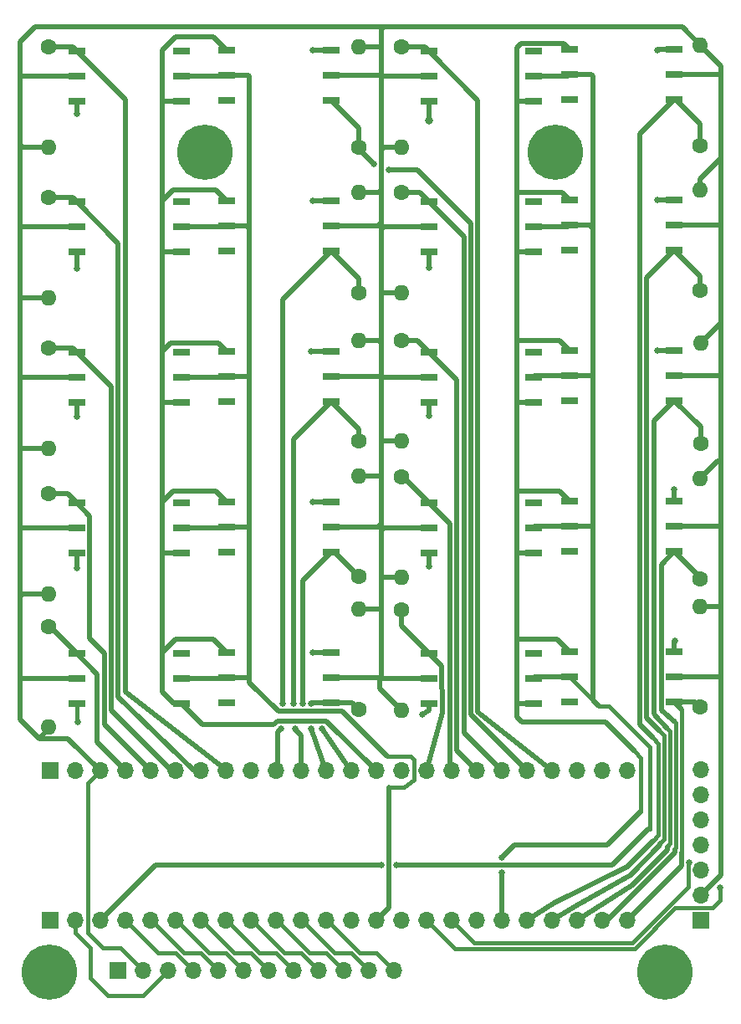
<source format=gtl>
%TF.GenerationSoftware,KiCad,Pcbnew,(5.99.0-2415-gbbdd3fce7)*%
%TF.CreationDate,2020-09-24T22:56:08-07:00*%
%TF.ProjectId,BubblePCB_20,42756262-6c65-4504-9342-5f32302e6b69,rev?*%
%TF.SameCoordinates,Original*%
%TF.FileFunction,Copper,L1,Top*%
%TF.FilePolarity,Positive*%
%FSLAX46Y46*%
G04 Gerber Fmt 4.6, Leading zero omitted, Abs format (unit mm)*
G04 Created by KiCad (PCBNEW (5.99.0-2415-gbbdd3fce7)) date 2020-09-24 22:56:08*
%MOMM*%
%LPD*%
G01*
G04 APERTURE LIST*
%TA.AperFunction,ComponentPad*%
%ADD10O,1.700000X1.700000*%
%TD*%
%TA.AperFunction,ComponentPad*%
%ADD11R,1.700000X1.700000*%
%TD*%
%TA.AperFunction,ComponentPad*%
%ADD12C,5.600000*%
%TD*%
%TA.AperFunction,ComponentPad*%
%ADD13C,1.600000*%
%TD*%
%TA.AperFunction,ComponentPad*%
%ADD14O,1.600000X1.600000*%
%TD*%
%TA.AperFunction,SMDPad,CuDef*%
%ADD15R,1.750000X0.650000*%
%TD*%
%TA.AperFunction,ViaPad*%
%ADD16C,0.660400*%
%TD*%
%TA.AperFunction,ViaPad*%
%ADD17C,0.800000*%
%TD*%
%TA.AperFunction,Conductor*%
%ADD18C,0.508000*%
%TD*%
%TA.AperFunction,Conductor*%
%ADD19C,0.381000*%
%TD*%
G04 APERTURE END LIST*
D10*
%TO.P,J4,12*%
%TO.N,gp15*%
X70358000Y-149352000D03*
%TO.P,J4,11*%
%TO.N,gp14*%
X67818000Y-149352000D03*
%TO.P,J4,10*%
%TO.N,gp13*%
X65278000Y-149352000D03*
%TO.P,J4,9*%
%TO.N,gp12*%
X62738000Y-149352000D03*
%TO.P,J4,8*%
%TO.N,gp11*%
X60198000Y-149352000D03*
%TO.P,J4,7*%
%TO.N,gp10*%
X57658000Y-149352000D03*
%TO.P,J4,6*%
%TO.N,gp9*%
X55118000Y-149352000D03*
%TO.P,J4,5*%
%TO.N,gp8*%
X52578000Y-149352000D03*
%TO.P,J4,4*%
%TO.N,gp7*%
X50038000Y-149352000D03*
%TO.P,J4,3*%
%TO.N,gp6*%
X47498000Y-149352000D03*
%TO.P,J4,2*%
%TO.N,+3V3*%
X44958000Y-149352000D03*
D11*
%TO.P,J4,1*%
%TO.N,GND*%
X42418000Y-149352000D03*
%TD*%
D10*
%TO.P,J3,7,Pin_7*%
%TO.N,gp5*%
X101410000Y-129040000D03*
%TO.P,J3,6,Pin_6*%
%TO.N,gp4*%
X101410000Y-131580000D03*
%TO.P,J3,5,Pin_5*%
%TO.N,gp3*%
X101410000Y-134120000D03*
%TO.P,J3,4,Pin_4*%
%TO.N,gp2*%
X101410000Y-136660000D03*
%TO.P,J3,3,Pin_3*%
%TO.N,gp1*%
X101410000Y-139200000D03*
%TO.P,J3,2,Pin_2*%
%TO.N,+3V3*%
X101410000Y-141740000D03*
D11*
%TO.P,J3,1,Pin_1*%
%TO.N,GND*%
X101410000Y-144280000D03*
%TD*%
D12*
%TO.P,REF\u002A\u002A,1*%
%TO.N,N/C*%
X51250000Y-66548000D03*
%TD*%
%TO.P,REF\u002A\u002A,2*%
%TO.N,N/C*%
X86683000Y-66548000D03*
%TD*%
%TO.P,REF\u002A\u002A,4*%
%TO.N,N/C*%
X97790000Y-149500000D03*
%TD*%
%TO.P,a,3*%
%TO.N,N/C*%
X35500000Y-149500000D03*
%TD*%
D13*
%TO.P,R6,1*%
%TO.N,ss10*%
X66802000Y-122936000D03*
D14*
%TO.P,R6,2*%
%TO.N,+3V3*%
X66802000Y-112776000D03*
%TD*%
D15*
%TO.P,U15,1,GND*%
%TO.N,GND*%
X73873000Y-61381000D03*
%TO.P,U15,2,Vcc*%
%TO.N,+3V3*%
X73873000Y-58841000D03*
%TO.P,U15,3,SS*%
%TO.N,ss16*%
X73873000Y-56301000D03*
%TO.P,U15,4,NC*%
%TO.N,Net-(U2-Pad4)*%
X84473000Y-56301000D03*
%TO.P,U15,5,MISO*%
%TO.N,MISO1*%
X84473000Y-58841000D03*
%TO.P,U15,6,SCLK*%
%TO.N,SCK1*%
X84473000Y-61381000D03*
%TD*%
%TO.P,U13,1,GND*%
%TO.N,GND*%
X73883000Y-91821000D03*
%TO.P,U13,2,Vcc*%
%TO.N,+3V3*%
X73883000Y-89281000D03*
%TO.P,U13,3,SS*%
%TO.N,ss13*%
X73883000Y-86741000D03*
%TO.P,U13,4,NC*%
%TO.N,Net-(U1-Pad4)*%
X84483000Y-86741000D03*
%TO.P,U13,5,MISO*%
%TO.N,MISO1*%
X84483000Y-89281000D03*
%TO.P,U13,6,SCLK*%
%TO.N,SCK1*%
X84483000Y-91821000D03*
%TD*%
%TO.P,U8,1,GND*%
%TO.N,GND*%
X64000000Y-86700000D03*
%TO.P,U8,2,Vcc*%
%TO.N,+3V3*%
X64000000Y-89240000D03*
%TO.P,U8,3,SS*%
%TO.N,ss8*%
X64000000Y-91780000D03*
%TO.P,U8,4,NC*%
%TO.N,Net-(U1-Pad4)*%
X53400000Y-91780000D03*
%TO.P,U8,5,MISO*%
%TO.N,MISO*%
X53400000Y-89240000D03*
%TO.P,U8,6,SCLK*%
%TO.N,SCK*%
X53400000Y-86700000D03*
%TD*%
D13*
%TO.P,R10,1*%
%TO.N,ss15*%
X66802000Y-66040000D03*
D14*
%TO.P,R10,2*%
%TO.N,+3V3*%
X66802000Y-55880000D03*
%TD*%
D15*
%TO.P,U14,1,GND*%
%TO.N,GND*%
X73873000Y-76621000D03*
%TO.P,U14,2,Vcc*%
%TO.N,+3V3*%
X73873000Y-74081000D03*
%TO.P,U14,3,SS*%
%TO.N,ss14*%
X73873000Y-71541000D03*
%TO.P,U14,4,NC*%
%TO.N,Net-(U2-Pad4)*%
X84473000Y-71541000D03*
%TO.P,U14,5,MISO*%
%TO.N,MISO1*%
X84473000Y-74081000D03*
%TO.P,U14,6,SCLK*%
%TO.N,SCK1*%
X84473000Y-76621000D03*
%TD*%
D13*
%TO.P,R1,1*%
%TO.N,Net-(R1-Pad1)*%
X35372201Y-114554000D03*
D14*
%TO.P,R1,2*%
%TO.N,+3V3*%
X35372201Y-124714000D03*
%TD*%
D13*
%TO.P,R8,1*%
%TO.N,ss8*%
X66802000Y-95758000D03*
D14*
%TO.P,R8,2*%
%TO.N,+3V3*%
X66802000Y-85598000D03*
%TD*%
D11*
%TO.P,J1,1,Pin_1*%
%TO.N,VCC*%
X35550000Y-129130000D03*
D10*
%TO.P,J1,2,Pin_2*%
%TO.N,GND*%
X38090000Y-129130000D03*
%TO.P,J1,3,Pin_3*%
%TO.N,+3V3*%
X40630000Y-129130000D03*
%TO.P,J1,4,Pin_4*%
%TO.N,Net-(R1-Pad1)*%
X43170000Y-129130000D03*
%TO.P,J1,5,Pin_5*%
%TO.N,Net-(R2-Pad1)*%
X45710000Y-129130000D03*
%TO.P,J1,6,Pin_6*%
%TO.N,ss3*%
X48250000Y-129130000D03*
%TO.P,J1,7,Pin_7*%
%TO.N,ss4*%
X50790000Y-129130000D03*
%TO.P,J1,8,Pin_8*%
%TO.N,ss5*%
X53330000Y-129130000D03*
%TO.P,J1,9,Pin_9*%
%TO.N,ss6*%
X55870000Y-129130000D03*
%TO.P,J1,10,Pin_10*%
%TO.N,ss7*%
X58410000Y-129130000D03*
%TO.P,J1,11,Pin_11*%
%TO.N,ss8*%
X60950000Y-129130000D03*
%TO.P,J1,12,Pin_12*%
%TO.N,ss9*%
X63490000Y-129130000D03*
%TO.P,J1,13,Pin_13*%
%TO.N,ss10*%
X66030000Y-129130000D03*
%TO.P,J1,14,Pin_14*%
%TO.N,SCK*%
X68570000Y-129130000D03*
%TO.P,J1,15,Pin_15*%
%TO.N,GND*%
X71110000Y-129130000D03*
%TO.P,J1,16,Pin_16*%
%TO.N,ss11*%
X73650000Y-129130000D03*
%TO.P,J1,17,Pin_17*%
%TO.N,ss12*%
X76190000Y-129130000D03*
%TO.P,J1,18,Pin_18*%
%TO.N,ss13*%
X78730000Y-129130000D03*
%TO.P,J1,19,Pin_19*%
%TO.N,ss14*%
X81270000Y-129130000D03*
%TO.P,J1,20,Pin_20*%
%TO.N,ss15*%
X83810000Y-129130000D03*
%TO.P,J1,21,Pin_21*%
%TO.N,ss16*%
X86350000Y-129130000D03*
%TO.P,J1,22,Pin_22*%
%TO.N,gp3*%
X88890000Y-129130000D03*
%TO.P,J1,23,Pin_23*%
%TO.N,gp5*%
X91430000Y-129130000D03*
%TO.P,J1,24,Pin_24*%
%TO.N,gp4*%
X93970000Y-129130000D03*
%TD*%
D11*
%TO.P,J2,1,Pin_1*%
%TO.N,GND*%
X35550000Y-144280000D03*
D10*
%TO.P,J2,2,Pin_2*%
%TO.N,gp6*%
X38090000Y-144280000D03*
%TO.P,J2,3,Pin_3*%
%TO.N,MISO1*%
X40630000Y-144280000D03*
%TO.P,J2,4,Pin_4*%
%TO.N,gp7*%
X43170000Y-144280000D03*
%TO.P,J2,5,Pin_5*%
%TO.N,gp8*%
X45710000Y-144280000D03*
%TO.P,J2,6,Pin_6*%
%TO.N,gp9*%
X48250000Y-144280000D03*
%TO.P,J2,7,Pin_7*%
%TO.N,gp10*%
X50790000Y-144280000D03*
%TO.P,J2,8,Pin_8*%
%TO.N,gp11*%
X53330000Y-144280000D03*
%TO.P,J2,9,Pin_9*%
%TO.N,gp12*%
X55870000Y-144280000D03*
%TO.P,J2,10,Pin_10*%
%TO.N,gp13*%
X58410000Y-144280000D03*
%TO.P,J2,11,Pin_11*%
%TO.N,gp14*%
X60950000Y-144280000D03*
%TO.P,J2,12,Pin_12*%
%TO.N,gp15*%
X63490000Y-144280000D03*
%TO.P,J2,13,Pin_13*%
%TO.N,MOSI*%
X66030000Y-144280000D03*
%TO.P,J2,14,Pin_14*%
%TO.N,MISO*%
X68570000Y-144280000D03*
%TO.P,J2,15,Pin_15*%
%TO.N,+3V3*%
X71110000Y-144280000D03*
%TO.P,J2,16,Pin_16*%
%TO.N,gp1*%
X73650000Y-144280000D03*
%TO.P,J2,17,Pin_17*%
%TO.N,gp2*%
X76190000Y-144280000D03*
%TO.P,J2,18,Pin_18*%
%TO.N,MOSI1*%
X78730000Y-144280000D03*
%TO.P,J2,19,Pin_19*%
%TO.N,SCK1*%
X81270000Y-144280000D03*
%TO.P,J2,20,Pin_20*%
%TO.N,ss20*%
X83810000Y-144280000D03*
%TO.P,J2,21,Pin_21*%
%TO.N,ss21*%
X86350000Y-144280000D03*
%TO.P,J2,22,Pin_22*%
%TO.N,ss22*%
X88890000Y-144280000D03*
%TO.P,J2,23,Pin_23*%
%TO.N,ss23*%
X91430000Y-144280000D03*
%TO.P,J2,24,Pin_24*%
%TO.N,ss24*%
X93970000Y-144280000D03*
%TD*%
D13*
%TO.P,R4,1*%
%TO.N,ss4*%
X35372201Y-71120000D03*
D14*
%TO.P,R4,2*%
%TO.N,+3V3*%
X35372201Y-81280000D03*
%TD*%
D15*
%TO.P,U18,1,GND*%
%TO.N,GND*%
X98740000Y-86620000D03*
%TO.P,U18,2,Vcc*%
%TO.N,+3V3*%
X98740000Y-89160000D03*
%TO.P,U18,3,SS*%
%TO.N,ss22*%
X98740000Y-91700000D03*
%TO.P,U18,4,NC*%
%TO.N,Net-(U2-Pad4)*%
X88140000Y-91700000D03*
%TO.P,U18,5,MISO*%
%TO.N,MISO1*%
X88140000Y-89160000D03*
%TO.P,U18,6,SCLK*%
%TO.N,SCK1*%
X88140000Y-86620000D03*
%TD*%
%TO.P,U3,1,GND*%
%TO.N,GND*%
X38230201Y-91850000D03*
%TO.P,U3,2,Vcc*%
%TO.N,+3V3*%
X38230201Y-89310000D03*
%TO.P,U3,3,SS*%
%TO.N,ss3*%
X38230201Y-86770000D03*
%TO.P,U3,4,NC*%
%TO.N,Net-(U1-Pad4)*%
X48830201Y-86770000D03*
%TO.P,U3,5,MISO*%
%TO.N,MISO*%
X48830201Y-89310000D03*
%TO.P,U3,6,SCLK*%
%TO.N,SCK*%
X48830201Y-91850000D03*
%TD*%
D13*
%TO.P,R16,1*%
%TO.N,ss24*%
X101346000Y-122682000D03*
D14*
%TO.P,R16,2*%
%TO.N,+3V3*%
X101346000Y-112522000D03*
%TD*%
D15*
%TO.P,U17,1,GND*%
%TO.N,GND*%
X98740000Y-101860000D03*
%TO.P,U17,2,Vcc*%
%TO.N,+3V3*%
X98740000Y-104400000D03*
%TO.P,U17,3,SS*%
%TO.N,ss23*%
X98740000Y-106940000D03*
%TO.P,U17,4,NC*%
%TO.N,Net-(U2-Pad4)*%
X88140000Y-106940000D03*
%TO.P,U17,5,MISO*%
%TO.N,MISO1*%
X88140000Y-104400000D03*
%TO.P,U17,6,SCLK*%
%TO.N,SCK1*%
X88140000Y-101860000D03*
%TD*%
%TO.P,U20,1,GND*%
%TO.N,GND*%
X98740000Y-56140000D03*
%TO.P,U20,2,Vcc*%
%TO.N,+3V3*%
X98740000Y-58680000D03*
%TO.P,U20,3,SS*%
%TO.N,ss20*%
X98740000Y-61220000D03*
%TO.P,U20,4,NC*%
%TO.N,Net-(U2-Pad4)*%
X88140000Y-61220000D03*
%TO.P,U20,5,MISO*%
%TO.N,MISO1*%
X88140000Y-58680000D03*
%TO.P,U20,6,SCLK*%
%TO.N,SCK1*%
X88140000Y-56140000D03*
%TD*%
D13*
%TO.P,R19,1*%
%TO.N,ss21*%
X101346000Y-80543181D03*
D14*
%TO.P,R19,2*%
%TO.N,+3V3*%
X101346000Y-70383181D03*
%TD*%
D15*
%TO.P,U16,1,GND*%
%TO.N,GND*%
X98740000Y-117100000D03*
%TO.P,U16,2,Vcc*%
%TO.N,+3V3*%
X98740000Y-119640000D03*
%TO.P,U16,3,SS*%
%TO.N,ss24*%
X98740000Y-122180000D03*
%TO.P,U16,4,NC*%
%TO.N,Net-(U2-Pad4)*%
X88140000Y-122180000D03*
%TO.P,U16,5,MISO*%
%TO.N,MISO1*%
X88140000Y-119640000D03*
%TO.P,U16,6,SCLK*%
%TO.N,SCK1*%
X88140000Y-117100000D03*
%TD*%
D13*
%TO.P,R5,1*%
%TO.N,ss5*%
X35372201Y-55880000D03*
D14*
%TO.P,R5,2*%
%TO.N,+3V3*%
X35372201Y-66040000D03*
%TD*%
D13*
%TO.P,R12,1*%
%TO.N,ss12*%
X71120000Y-99364800D03*
D14*
%TO.P,R12,2*%
%TO.N,+3V3*%
X71120000Y-109524800D03*
%TD*%
D15*
%TO.P,U12,1,GND*%
%TO.N,GND*%
X73883000Y-107061000D03*
%TO.P,U12,2,Vcc*%
%TO.N,+3V3*%
X73883000Y-104521000D03*
%TO.P,U12,3,SS*%
%TO.N,ss12*%
X73883000Y-101981000D03*
%TO.P,U12,4,NC*%
%TO.N,Net-(U1-Pad4)*%
X84483000Y-101981000D03*
%TO.P,U12,5,MISO*%
%TO.N,MISO1*%
X84483000Y-104521000D03*
%TO.P,U12,6,SCLK*%
%TO.N,SCK1*%
X84483000Y-107061000D03*
%TD*%
%TO.P,U5,1,GND*%
%TO.N,GND*%
X38230201Y-61370000D03*
%TO.P,U5,2,Vcc*%
%TO.N,+3V3*%
X38230201Y-58830000D03*
%TO.P,U5,3,SS*%
%TO.N,ss5*%
X38230201Y-56290000D03*
%TO.P,U5,4,NC*%
%TO.N,Net-(U1-Pad4)*%
X48830201Y-56290000D03*
%TO.P,U5,5,MISO*%
%TO.N,MISO*%
X48830201Y-58830000D03*
%TO.P,U5,6,SCLK*%
%TO.N,SCK*%
X48830201Y-61370000D03*
%TD*%
%TO.P,U6,1,GND*%
%TO.N,GND*%
X64000000Y-117180000D03*
%TO.P,U6,2,Vcc*%
%TO.N,+3V3*%
X64000000Y-119720000D03*
%TO.P,U6,3,SS*%
%TO.N,ss10*%
X64000000Y-122260000D03*
%TO.P,U6,4,NC*%
%TO.N,Net-(U1-Pad4)*%
X53400000Y-122260000D03*
%TO.P,U6,5,MISO*%
%TO.N,MISO*%
X53400000Y-119720000D03*
%TO.P,U6,6,SCLK*%
%TO.N,SCK*%
X53400000Y-117180000D03*
%TD*%
D13*
%TO.P,R11,1*%
%TO.N,ss11*%
X71120000Y-112826800D03*
D14*
%TO.P,R11,2*%
%TO.N,+3V3*%
X71120000Y-122986800D03*
%TD*%
D13*
%TO.P,R9,1*%
%TO.N,ss7*%
X66802000Y-80772000D03*
D14*
%TO.P,R9,2*%
%TO.N,+3V3*%
X66802000Y-70612000D03*
%TD*%
D15*
%TO.P,U2,1,GND*%
%TO.N,GND*%
X38230201Y-107090000D03*
%TO.P,U2,2,Vcc*%
%TO.N,+3V3*%
X38230201Y-104550000D03*
%TO.P,U2,3,SS*%
%TO.N,Net-(R2-Pad1)*%
X38230201Y-102010000D03*
%TO.P,U2,4,NC*%
%TO.N,Net-(U1-Pad4)*%
X48830201Y-102010000D03*
%TO.P,U2,5,MISO*%
%TO.N,MISO*%
X48830201Y-104550000D03*
%TO.P,U2,6,SCLK*%
%TO.N,SCK*%
X48830201Y-107090000D03*
%TD*%
D13*
%TO.P,R7,1*%
%TO.N,ss9*%
X66802000Y-109474000D03*
D14*
%TO.P,R7,2*%
%TO.N,+3V3*%
X66802000Y-99314000D03*
%TD*%
D13*
%TO.P,R3,1*%
%TO.N,ss3*%
X35372201Y-86360000D03*
D14*
%TO.P,R3,2*%
%TO.N,+3V3*%
X35372201Y-96520000D03*
%TD*%
D13*
%TO.P,R17,1*%
%TO.N,ss23*%
X101346000Y-109756737D03*
D14*
%TO.P,R17,2*%
%TO.N,+3V3*%
X101346000Y-99596737D03*
%TD*%
D15*
%TO.P,U10,1,GND*%
%TO.N,GND*%
X64000000Y-56220000D03*
%TO.P,U10,2,Vcc*%
%TO.N,+3V3*%
X64000000Y-58760000D03*
%TO.P,U10,3,SS*%
%TO.N,ss15*%
X64000000Y-61300000D03*
%TO.P,U10,4,NC*%
%TO.N,Net-(U1-Pad4)*%
X53400000Y-61300000D03*
%TO.P,U10,5,MISO*%
%TO.N,MISO*%
X53400000Y-58760000D03*
%TO.P,U10,6,SCLK*%
%TO.N,SCK*%
X53400000Y-56220000D03*
%TD*%
D13*
%TO.P,R13,1*%
%TO.N,ss13*%
X71120000Y-85598000D03*
D14*
%TO.P,R13,2*%
%TO.N,+3V3*%
X71120000Y-95758000D03*
%TD*%
D13*
%TO.P,R2,1*%
%TO.N,Net-(R2-Pad1)*%
X35372201Y-101092000D03*
D14*
%TO.P,R2,2*%
%TO.N,+3V3*%
X35372201Y-111252000D03*
%TD*%
D15*
%TO.P,U4,1,GND*%
%TO.N,GND*%
X38230201Y-76610000D03*
%TO.P,U4,2,Vcc*%
%TO.N,+3V3*%
X38230201Y-74070000D03*
%TO.P,U4,3,SS*%
%TO.N,ss4*%
X38230201Y-71530000D03*
%TO.P,U4,4,NC*%
%TO.N,Net-(U1-Pad4)*%
X48830201Y-71530000D03*
%TO.P,U4,5,MISO*%
%TO.N,MISO*%
X48830201Y-74070000D03*
%TO.P,U4,6,SCLK*%
%TO.N,SCK*%
X48830201Y-76610000D03*
%TD*%
%TO.P,U7,1,GND*%
%TO.N,GND*%
X64000000Y-101940000D03*
%TO.P,U7,2,Vcc*%
%TO.N,+3V3*%
X64000000Y-104480000D03*
%TO.P,U7,3,SS*%
%TO.N,ss9*%
X64000000Y-107020000D03*
%TO.P,U7,4,NC*%
%TO.N,Net-(U1-Pad4)*%
X53400000Y-107020000D03*
%TO.P,U7,5,MISO*%
%TO.N,MISO*%
X53400000Y-104480000D03*
%TO.P,U7,6,SCLK*%
%TO.N,SCK*%
X53400000Y-101940000D03*
%TD*%
%TO.P,U9,1,GND*%
%TO.N,GND*%
X64000000Y-71460000D03*
%TO.P,U9,2,Vcc*%
%TO.N,+3V3*%
X64000000Y-74000000D03*
%TO.P,U9,3,SS*%
%TO.N,ss7*%
X64000000Y-76540000D03*
%TO.P,U9,4,NC*%
%TO.N,Net-(U1-Pad4)*%
X53400000Y-76540000D03*
%TO.P,U9,5,MISO*%
%TO.N,MISO*%
X53400000Y-74000000D03*
%TO.P,U9,6,SCLK*%
%TO.N,SCK*%
X53400000Y-71460000D03*
%TD*%
%TO.P,U1,1,GND*%
%TO.N,GND*%
X38230201Y-122330000D03*
%TO.P,U1,2,Vcc*%
%TO.N,+3V3*%
X38230201Y-119790000D03*
%TO.P,U1,3,SS*%
%TO.N,Net-(R1-Pad1)*%
X38230201Y-117250000D03*
%TO.P,U1,4,NC*%
%TO.N,Net-(U1-Pad4)*%
X48830201Y-117250000D03*
%TO.P,U1,5,MISO*%
%TO.N,MISO*%
X48830201Y-119790000D03*
%TO.P,U1,6,SCLK*%
%TO.N,SCK*%
X48830201Y-122330000D03*
%TD*%
D13*
%TO.P,R15,1*%
%TO.N,ss16*%
X71120000Y-55880000D03*
D14*
%TO.P,R15,2*%
%TO.N,+3V3*%
X71120000Y-66040000D03*
%TD*%
D13*
%TO.P,R14,1*%
%TO.N,ss14*%
X71120000Y-70612000D03*
D14*
%TO.P,R14,2*%
%TO.N,+3V3*%
X71120000Y-80772000D03*
%TD*%
D15*
%TO.P,U19,1,GND*%
%TO.N,GND*%
X98740000Y-71380000D03*
%TO.P,U19,2,Vcc*%
%TO.N,+3V3*%
X98740000Y-73920000D03*
%TO.P,U19,3,SS*%
%TO.N,ss21*%
X98740000Y-76460000D03*
%TO.P,U19,4,NC*%
%TO.N,Net-(U2-Pad4)*%
X88140000Y-76460000D03*
%TO.P,U19,5,MISO*%
%TO.N,MISO1*%
X88140000Y-73920000D03*
%TO.P,U19,6,SCLK*%
%TO.N,SCK1*%
X88140000Y-71380000D03*
%TD*%
%TO.P,U11,1,GND*%
%TO.N,GND*%
X73883000Y-122301000D03*
%TO.P,U11,2,Vcc*%
%TO.N,+3V3*%
X73883000Y-119761000D03*
%TO.P,U11,3,SS*%
%TO.N,ss11*%
X73883000Y-117221000D03*
%TO.P,U11,4,NC*%
%TO.N,Net-(U1-Pad4)*%
X84483000Y-117221000D03*
%TO.P,U11,5,MISO*%
%TO.N,MISO1*%
X84483000Y-119761000D03*
%TO.P,U11,6,SCLK*%
%TO.N,SCK1*%
X84483000Y-122301000D03*
%TD*%
D13*
%TO.P,R20,1*%
%TO.N,ss20*%
X101346000Y-65835388D03*
D14*
%TO.P,R20,2*%
%TO.N,+3V3*%
X101346000Y-55675388D03*
%TD*%
D13*
%TO.P,R18,1*%
%TO.N,ss22*%
X101396800Y-96021611D03*
D14*
%TO.P,R18,2*%
%TO.N,+3V3*%
X101396800Y-85861611D03*
%TD*%
D16*
%TO.N,GND*%
X38354000Y-124206000D03*
%TO.N,gp2*%
X100264200Y-138430000D03*
%TO.N,gp1*%
X103378000Y-140970000D03*
%TO.N,MISO1*%
X70624200Y-138684000D03*
X69055800Y-138684000D03*
%TO.N,SCK1*%
X81280000Y-139468200D03*
X81280000Y-137899800D03*
%TO.N,GND*%
X98760000Y-115990000D03*
X98740000Y-100660000D03*
X97030000Y-86630000D03*
X97050000Y-71380000D03*
X97000000Y-56180000D03*
X73930000Y-78250000D03*
X73900000Y-93180000D03*
X73930000Y-108470000D03*
X73190000Y-123430000D03*
X62170000Y-117210000D03*
X62130000Y-101950000D03*
X61990000Y-86690000D03*
X62150000Y-71460000D03*
X62130000Y-56190000D03*
X38240000Y-62670000D03*
X38260000Y-78320000D03*
X38240000Y-93260000D03*
X38240000Y-108600000D03*
D17*
X73910201Y-63340000D03*
D16*
%TO.N,ss7*%
X58928000Y-124866400D03*
X59055000Y-122339100D03*
%TO.N,ss8*%
X60325000Y-124866400D03*
X60198000Y-122339100D03*
%TO.N,ss9*%
X61971086Y-124871314D03*
X61087000Y-122339100D03*
%TO.N,ss10*%
X63079724Y-124866400D03*
X61976000Y-122301000D03*
%TO.N,ss15*%
X68300600Y-67716400D03*
X69875400Y-68326000D03*
%TD*%
D18*
%TO.N,+3V3*%
X99518612Y-53848000D02*
X69342000Y-53848000D01*
X69088000Y-55880000D02*
X69088000Y-54102000D01*
X69342000Y-53848000D02*
X68834000Y-53848000D01*
X69088000Y-54102000D02*
X69342000Y-53848000D01*
X101346000Y-55675388D02*
X99518612Y-53848000D01*
X68834000Y-53848000D02*
X34036000Y-53848000D01*
X34036000Y-53848000D02*
X32512000Y-55372000D01*
X32512000Y-55372000D02*
X32512000Y-59436000D01*
D19*
%TO.N,GND*%
X38230201Y-124082201D02*
X38354000Y-124206000D01*
X38230201Y-122330000D02*
X38230201Y-124082201D01*
%TO.N,MISO1*%
X91057000Y-122557000D02*
X92077000Y-122557000D01*
X96266000Y-126746000D02*
X96266000Y-135016000D01*
X92077000Y-122557000D02*
X96266000Y-126746000D01*
D18*
%TO.N,MISO*%
X69840000Y-130810000D02*
X69840000Y-143010000D01*
X69840000Y-143010000D02*
X68570000Y-144280000D01*
D19*
X69662200Y-127695800D02*
X72069800Y-127695800D01*
X72390000Y-130048000D02*
X71374000Y-130810000D01*
X71374000Y-130810000D02*
X69850000Y-130810000D01*
X72069800Y-127695800D02*
X72390000Y-128016000D01*
X72390000Y-128016000D02*
X72390000Y-130048000D01*
D18*
X65089701Y-123123301D02*
X69662200Y-127695800D01*
%TO.N,SCK*%
X68570000Y-129130000D02*
X63522199Y-124082199D01*
X63522199Y-124082199D02*
X58551583Y-124082199D01*
X58551583Y-124082199D02*
X58173782Y-124460000D01*
X58173782Y-124460000D02*
X50960201Y-124460000D01*
X50960201Y-124460000D02*
X48830201Y-122330000D01*
%TO.N,MISO*%
X55740000Y-120184718D02*
X58678583Y-123123301D01*
X58678583Y-123123301D02*
X60574417Y-123123301D01*
X55740000Y-119650000D02*
X55740000Y-120184718D01*
X60710583Y-123123301D02*
X65089701Y-123123301D01*
D19*
%TO.N,gp9*%
X48327672Y-144280000D02*
X51621672Y-147574000D01*
X51621672Y-147574000D02*
X53340000Y-147574000D01*
X48250000Y-144280000D02*
X48327672Y-144280000D01*
X53340000Y-147574000D02*
X55118000Y-149352000D01*
%TO.N,gp8*%
X45787672Y-144280000D02*
X49081672Y-147574000D01*
X50800000Y-147574000D02*
X52578000Y-149352000D01*
X45710000Y-144280000D02*
X45787672Y-144280000D01*
X49081672Y-147574000D02*
X50800000Y-147574000D01*
%TO.N,gp15*%
X63567672Y-144280000D02*
X66861672Y-147574000D01*
X68580000Y-147574000D02*
X70358000Y-149352000D01*
X63490000Y-144280000D02*
X63567672Y-144280000D01*
X66861672Y-147574000D02*
X68580000Y-147574000D01*
%TO.N,gp14*%
X61027672Y-144280000D02*
X64321672Y-147574000D01*
X60950000Y-144280000D02*
X61027672Y-144280000D01*
X64321672Y-147574000D02*
X66040000Y-147574000D01*
X66040000Y-147574000D02*
X67818000Y-149352000D01*
%TO.N,gp13*%
X58487672Y-144280000D02*
X61781672Y-147574000D01*
X58410000Y-144280000D02*
X58487672Y-144280000D01*
X61781672Y-147574000D02*
X63500000Y-147574000D01*
X63500000Y-147574000D02*
X65278000Y-149352000D01*
%TO.N,gp12*%
X55947672Y-144280000D02*
X59241672Y-147574000D01*
X59241672Y-147574000D02*
X60960000Y-147574000D01*
X55870000Y-144280000D02*
X55947672Y-144280000D01*
X60960000Y-147574000D02*
X62738000Y-149352000D01*
%TO.N,gp11*%
X53407672Y-144280000D02*
X56701672Y-147574000D01*
X53330000Y-144280000D02*
X53407672Y-144280000D01*
X56701672Y-147574000D02*
X58420000Y-147574000D01*
X58420000Y-147574000D02*
X60198000Y-149352000D01*
%TO.N,gp10*%
X50867672Y-144280000D02*
X54161672Y-147574000D01*
X50790000Y-144280000D02*
X50867672Y-144280000D01*
X54161672Y-147574000D02*
X55880000Y-147574000D01*
X55880000Y-147574000D02*
X57658000Y-149352000D01*
%TO.N,gp7*%
X43170000Y-144280000D02*
X46464000Y-147574000D01*
X46464000Y-147574000D02*
X48260000Y-147574000D01*
X48260000Y-147574000D02*
X50038000Y-149352000D01*
%TO.N,gp1*%
X103378000Y-140970000D02*
X103378000Y-142233900D01*
X103378000Y-142233900D02*
X102572401Y-143039499D01*
X102572401Y-143039499D02*
X98828173Y-143039499D01*
X98828173Y-143039499D02*
X94728662Y-147139010D01*
X94728662Y-147139010D02*
X76509010Y-147139010D01*
X76509010Y-147139010D02*
X73650000Y-144280000D01*
%TO.N,gp2*%
X100124510Y-140921490D02*
X94488000Y-146558000D01*
X100264200Y-138430000D02*
X100124510Y-138569690D01*
X78468000Y-146558000D02*
X76190000Y-144280000D01*
X100124510Y-138569690D02*
X100124510Y-140921490D01*
X94488000Y-146558000D02*
X78468000Y-146558000D01*
D18*
%TO.N,MISO1*%
X96266000Y-135016000D02*
X96124000Y-135016000D01*
X96124000Y-135016000D02*
X92456000Y-138684000D01*
X92456000Y-138684000D02*
X70624200Y-138684000D01*
%TO.N,SCK1*%
X95335701Y-133264299D02*
X91948000Y-136652000D01*
X91948000Y-136652000D02*
X82527800Y-136652000D01*
X82527800Y-136652000D02*
X81280000Y-137899800D01*
D19*
%TO.N,gp6*%
X39624000Y-150097942D02*
X41402000Y-151875942D01*
X38090000Y-144280000D02*
X38090000Y-145511000D01*
X38090000Y-145511000D02*
X39624000Y-147045000D01*
X39624000Y-147045000D02*
X39624000Y-150097942D01*
X41402000Y-151875942D02*
X44974058Y-151875942D01*
X44974058Y-151875942D02*
X47498000Y-149352000D01*
%TO.N,+3V3*%
X40630000Y-129130000D02*
X39370000Y-130390000D01*
X39370000Y-130390000D02*
X39370000Y-145542000D01*
X39370000Y-145542000D02*
X40894000Y-147066000D01*
X40894000Y-147066000D02*
X42672000Y-147066000D01*
X42672000Y-147066000D02*
X44958000Y-149352000D01*
D18*
%TO.N,MISO1*%
X69055800Y-138684000D02*
X46226000Y-138684000D01*
X46226000Y-138684000D02*
X40630000Y-144280000D01*
%TO.N,ss20*%
X93959490Y-138820510D02*
X86614000Y-142494000D01*
%TO.N,SCK1*%
X81280000Y-139468200D02*
X81280000Y-144270000D01*
X81280000Y-144270000D02*
X81270000Y-144280000D01*
D19*
X94716099Y-127206099D02*
X95335701Y-127825701D01*
X95335701Y-127825701D02*
X95335701Y-133264299D01*
D18*
%TO.N,ss20*%
X96570000Y-136210000D02*
X93959490Y-138820510D01*
X86614000Y-142494000D02*
X83810000Y-144280000D01*
%TO.N,ss21*%
X97300000Y-136490000D02*
X97300000Y-136634000D01*
X97300000Y-136634000D02*
X94276598Y-139657402D01*
X94276598Y-139657402D02*
X88900000Y-142748000D01*
X88900000Y-142748000D02*
X86350000Y-144280000D01*
%TO.N,ss22*%
X98020000Y-136790000D02*
X98020000Y-137184000D01*
X98020000Y-137184000D02*
X94488000Y-140716000D01*
X94488000Y-140716000D02*
X88890000Y-144280000D01*
%TO.N,ss23*%
X98768790Y-137071210D02*
X98768790Y-137451210D01*
X98768790Y-137451210D02*
X91940000Y-144280000D01*
X91940000Y-144280000D02*
X91430000Y-144280000D01*
%TO.N,ss24*%
X99480000Y-137370000D02*
X99480000Y-138770000D01*
X99480000Y-138770000D02*
X93970000Y-144280000D01*
%TO.N,SCK1*%
X88140000Y-71380000D02*
X87372000Y-70612000D01*
X87372000Y-70612000D02*
X82760000Y-70612000D01*
X82760000Y-70612000D02*
X82760000Y-72840000D01*
%TO.N,+3V3*%
X69088000Y-55880000D02*
X69088000Y-58674000D01*
X32512000Y-65786000D02*
X32512000Y-59436000D01*
X32512000Y-59436000D02*
X32512000Y-58928000D01*
%TO.N,ss20*%
X98740000Y-61220000D02*
X98862800Y-61220000D01*
X101346000Y-63703200D02*
X101346000Y-65835388D01*
X98862800Y-61220000D02*
X101346000Y-63703200D01*
%TO.N,+3V3*%
X101346000Y-55675388D02*
X103454200Y-57783588D01*
X103454200Y-57783588D02*
X103454200Y-58699400D01*
X101346000Y-70383181D02*
X101346000Y-69265800D01*
%TO.N,ss21*%
X98740000Y-76460000D02*
X101346000Y-79066000D01*
X101346000Y-79066000D02*
X101346000Y-80543181D01*
%TO.N,+3V3*%
X101346000Y-69265800D02*
X103454200Y-67157600D01*
X101396800Y-85861611D02*
X103454200Y-83804211D01*
%TO.N,ss22*%
X98740000Y-91700000D02*
X101396800Y-94356800D01*
X101396800Y-94356800D02*
X101396800Y-96021611D01*
%TO.N,+3V3*%
X103454200Y-83804211D02*
X103454200Y-82550000D01*
%TO.N,ss23*%
X98740000Y-106940000D02*
X101346000Y-109546000D01*
%TO.N,+3V3*%
X103152737Y-97790000D02*
X103454200Y-97790000D01*
%TO.N,ss23*%
X101346000Y-109546000D02*
X101346000Y-109756737D01*
%TO.N,+3V3*%
X101346000Y-99596737D02*
X103152737Y-97790000D01*
%TO.N,SCK*%
X53400000Y-117180000D02*
X52044000Y-115824000D01*
X46888400Y-117174599D02*
X46888400Y-118468400D01*
X52044000Y-115824000D02*
X48238999Y-115824000D01*
X48238999Y-115824000D02*
X46888400Y-117174599D01*
X53400000Y-101940000D02*
X52298000Y-100838000D01*
X52298000Y-100838000D02*
X47984999Y-100838000D01*
X47984999Y-100838000D02*
X46888400Y-101934599D01*
X46888400Y-101934599D02*
X46888400Y-103381600D01*
X53400000Y-86700000D02*
X52552000Y-85852000D01*
X47730999Y-85852000D02*
X46888400Y-86694599D01*
X52552000Y-85852000D02*
X47730999Y-85852000D01*
X46888400Y-86694599D02*
X46888400Y-88061600D01*
X53400000Y-71460000D02*
X52298000Y-70358000D01*
X52298000Y-70358000D02*
X47984999Y-70358000D01*
X47984999Y-70358000D02*
X46888400Y-71454599D01*
X46888400Y-71454599D02*
X46888400Y-72248400D01*
X53400000Y-56220000D02*
X52044000Y-54864000D01*
X48238999Y-54864000D02*
X46888400Y-56214599D01*
X52044000Y-54864000D02*
X48238999Y-54864000D01*
X46888400Y-56214599D02*
X46888400Y-57318400D01*
%TO.N,SCK1*%
X82760000Y-57630000D02*
X82760000Y-55996798D01*
X82760000Y-55996798D02*
X83234799Y-55521999D01*
X83234799Y-55521999D02*
X87521999Y-55521999D01*
X87521999Y-55521999D02*
X88140000Y-56140000D01*
X82760000Y-76640000D02*
X82760000Y-85554000D01*
X87074000Y-85554000D02*
X82760000Y-85554000D01*
X82760000Y-85554000D02*
X82760000Y-91904000D01*
X88140000Y-86620000D02*
X87074000Y-85554000D01*
X82760000Y-91904000D02*
X82760000Y-100794000D01*
X84483000Y-91821000D02*
X82843000Y-91821000D01*
X82843000Y-91821000D02*
X82760000Y-91904000D01*
X87074000Y-100794000D02*
X82760000Y-100794000D01*
X82760000Y-100794000D02*
X82760000Y-107232000D01*
X88140000Y-101860000D02*
X87074000Y-100794000D01*
X82760000Y-107232000D02*
X82760000Y-115780000D01*
X84483000Y-107061000D02*
X82931000Y-107061000D01*
X82931000Y-107061000D02*
X82760000Y-107232000D01*
X82760000Y-115780000D02*
X82760000Y-122218000D01*
X88140000Y-117100000D02*
X86820000Y-115780000D01*
X86820000Y-115780000D02*
X82760000Y-115780000D01*
X82760000Y-122218000D02*
X82760000Y-123654000D01*
X84483000Y-122301000D02*
X82843000Y-122301000D01*
X82843000Y-122301000D02*
X82760000Y-122218000D01*
%TO.N,MISO1*%
X88140000Y-89160000D02*
X84604000Y-89160000D01*
X84604000Y-89160000D02*
X84483000Y-89281000D01*
X88140000Y-104400000D02*
X84604000Y-104400000D01*
X84604000Y-104400000D02*
X84483000Y-104521000D01*
X88140000Y-119640000D02*
X84604000Y-119640000D01*
X84604000Y-119640000D02*
X84483000Y-119761000D01*
D19*
X88140000Y-119640000D02*
X91057000Y-122557000D01*
D18*
X90525600Y-117254400D02*
X90525600Y-122025600D01*
X90525600Y-122025600D02*
X91057000Y-122557000D01*
X90525600Y-104495600D02*
X90430000Y-104400000D01*
X90430000Y-104400000D02*
X88140000Y-104400000D01*
X90328400Y-89160000D02*
X88140000Y-89160000D01*
%TO.N,SCK1*%
X82760000Y-123654000D02*
X83312000Y-124206000D01*
X83312000Y-124206000D02*
X91741901Y-124206000D01*
X91741901Y-124206000D02*
X94742000Y-127206099D01*
%TO.N,+3V3*%
X66802000Y-55880000D02*
X69088000Y-55880000D01*
X101410000Y-141740000D02*
X103448200Y-139701800D01*
X103448200Y-139701800D02*
X103448200Y-119640000D01*
%TO.N,SCK*%
X48830201Y-122330000D02*
X48080000Y-122330000D01*
X48080000Y-122330000D02*
X46888400Y-121138400D01*
X46888400Y-121138400D02*
X46888400Y-119871161D01*
%TO.N,GND*%
X98740000Y-116010000D02*
X98760000Y-115990000D01*
X98740000Y-117100000D02*
X98740000Y-116010000D01*
X98740000Y-101860000D02*
X98740000Y-100660000D01*
X97040000Y-86620000D02*
X97030000Y-86630000D01*
X98740000Y-86620000D02*
X97040000Y-86620000D01*
X98740000Y-71380000D02*
X97050000Y-71380000D01*
X97040000Y-56140000D02*
X97000000Y-56180000D01*
X98740000Y-56140000D02*
X97040000Y-56140000D01*
X73873000Y-78193000D02*
X73930000Y-78250000D01*
X73873000Y-76621000D02*
X73873000Y-78193000D01*
X73883000Y-93163000D02*
X73900000Y-93180000D01*
X73883000Y-91821000D02*
X73883000Y-93163000D01*
X73883000Y-108423000D02*
X73930000Y-108470000D01*
X73883000Y-107061000D02*
X73883000Y-108423000D01*
D19*
%TO.N,SCK1*%
X81130000Y-144140000D02*
X81270000Y-144280000D01*
%TO.N,ss20*%
X96570000Y-125800000D02*
X97143160Y-126373160D01*
X97143160Y-126373160D02*
X97143160Y-135636840D01*
X97143160Y-135636840D02*
X96570000Y-136210000D01*
%TO.N,ss21*%
X97300000Y-125160000D02*
X97727370Y-125587370D01*
X97727370Y-136062630D02*
X97300000Y-136490000D01*
X97727370Y-125587370D02*
X97727370Y-136062630D01*
%TO.N,ss22*%
X98020000Y-124860000D02*
X98311580Y-125151580D01*
X98311580Y-125151580D02*
X98311580Y-136498420D01*
X98311580Y-136498420D02*
X98020000Y-136790000D01*
%TO.N,ss23*%
X98768790Y-137071210D02*
X98895790Y-136944210D01*
X98895790Y-124315166D02*
X98768790Y-124188166D01*
X98895790Y-136944210D02*
X98895790Y-124315166D01*
D18*
%TO.N,GND*%
X73190000Y-123430000D02*
X73883000Y-123017800D01*
X73883000Y-123017800D02*
X73883000Y-122301000D01*
X62200000Y-117180000D02*
X62170000Y-117210000D01*
X64000000Y-117180000D02*
X62200000Y-117180000D01*
X62140000Y-101940000D02*
X62130000Y-101950000D01*
X64000000Y-101940000D02*
X62140000Y-101940000D01*
X62000000Y-86700000D02*
X61990000Y-86690000D01*
X64000000Y-86700000D02*
X62000000Y-86700000D01*
X64000000Y-71460000D02*
X62150000Y-71460000D01*
X62160000Y-56220000D02*
X62130000Y-56190000D01*
X64000000Y-56220000D02*
X62160000Y-56220000D01*
X38230201Y-62660201D02*
X38240000Y-62670000D01*
X38230201Y-61370000D02*
X38230201Y-62660201D01*
X38230201Y-78290201D02*
X38260000Y-78320000D01*
X38230201Y-76610000D02*
X38230201Y-78290201D01*
X38230201Y-93250201D02*
X38240000Y-93260000D01*
X38230201Y-91850000D02*
X38230201Y-93250201D01*
X38230201Y-108590201D02*
X38240000Y-108600000D01*
X38230201Y-107090000D02*
X38230201Y-108590201D01*
%TO.N,SCK1*%
X82760000Y-76640000D02*
X82760000Y-72840000D01*
X82760000Y-72840000D02*
X82760000Y-61220000D01*
X82779000Y-76621000D02*
X82760000Y-76640000D01*
X84473000Y-76621000D02*
X82779000Y-76621000D01*
X84473000Y-61381000D02*
X82921000Y-61381000D01*
X82760000Y-61220000D02*
X82760000Y-57630000D01*
X82921000Y-61381000D02*
X82760000Y-61220000D01*
%TO.N,SCK*%
X48830201Y-122330000D02*
X48782201Y-122282000D01*
X46888400Y-119871161D02*
X46888400Y-118468400D01*
X46888400Y-118468400D02*
X46888400Y-117144800D01*
X46888400Y-108762800D02*
X46888400Y-107038400D01*
X46888400Y-107038400D02*
X46888400Y-103381600D01*
X48830201Y-107090000D02*
X46940000Y-107090000D01*
X46940000Y-107090000D02*
X46888400Y-107038400D01*
X46888400Y-103381600D02*
X46888400Y-102108000D01*
X46888400Y-93116400D02*
X46888400Y-91998400D01*
X46888400Y-91998400D02*
X46888400Y-88061600D01*
X48830201Y-91850000D02*
X47036800Y-91850000D01*
X47036800Y-91850000D02*
X46888400Y-91998400D01*
X46888400Y-88061600D02*
X46888400Y-86664800D01*
X46888400Y-77724000D02*
X46888400Y-76581600D01*
X46888400Y-76581600D02*
X46888400Y-72248400D01*
X48830201Y-76610000D02*
X46916800Y-76610000D01*
X46916800Y-76610000D02*
X46888400Y-76581600D01*
X46888400Y-72248400D02*
X46888400Y-71628000D01*
X46888400Y-61368400D02*
X46888400Y-57318400D01*
X46888400Y-57318400D02*
X46888400Y-56184800D01*
X46888400Y-62433200D02*
X46888400Y-61368400D01*
X46890000Y-61370000D02*
X46888400Y-61368400D01*
X48830201Y-61370000D02*
X46890000Y-61370000D01*
X46888400Y-86664800D02*
X46888400Y-77724000D01*
X46888400Y-71628000D02*
X46888400Y-62433200D01*
X46888400Y-117144800D02*
X46888400Y-108762800D01*
X46888400Y-102108000D02*
X46888400Y-93116400D01*
%TO.N,MISO*%
X48830201Y-58830000D02*
X53330000Y-58830000D01*
X53400000Y-104480000D02*
X55686000Y-104480000D01*
X55670000Y-119720000D02*
X55740000Y-119650000D01*
X55740000Y-104534000D02*
X55740000Y-89192400D01*
X48830201Y-104550000D02*
X53330000Y-104550000D01*
X53330000Y-74070000D02*
X53400000Y-74000000D01*
X53330000Y-104550000D02*
X53400000Y-104480000D01*
X53400000Y-58760000D02*
X55610400Y-58760000D01*
X53400000Y-74000000D02*
X55458000Y-74000000D01*
X48830201Y-89310000D02*
X53330000Y-89310000D01*
X53400000Y-119720000D02*
X55670000Y-119720000D01*
X55740000Y-89192400D02*
X55740000Y-74282000D01*
X55740000Y-119650000D02*
X55740000Y-104534000D01*
X55692400Y-89240000D02*
X55740000Y-89192400D01*
X55740000Y-74282000D02*
X55740000Y-58889600D01*
X53330000Y-58830000D02*
X53400000Y-58760000D01*
X53330000Y-119790000D02*
X53400000Y-119720000D01*
X55610400Y-58760000D02*
X55740000Y-58889600D01*
X48830201Y-74070000D02*
X53330000Y-74070000D01*
X48830201Y-119790000D02*
X53330000Y-119790000D01*
X55686000Y-104480000D02*
X55740000Y-104534000D01*
X55458000Y-74000000D02*
X55740000Y-74282000D01*
X53330000Y-89310000D02*
X53400000Y-89240000D01*
X53400000Y-89240000D02*
X55692400Y-89240000D01*
%TO.N,+3V3*%
X69240400Y-109524800D02*
X69088000Y-109372400D01*
X103454200Y-112369600D02*
X103454200Y-119634000D01*
X32512000Y-81280000D02*
X32512000Y-74168000D01*
X69088000Y-82423000D02*
X69088000Y-85852000D01*
X38230201Y-119790000D02*
X32610000Y-119790000D01*
X35372201Y-124901799D02*
X34417000Y-125857000D01*
X69088000Y-104140000D02*
X69088000Y-104775000D01*
X32512000Y-104394000D02*
X32512000Y-96520000D01*
X66802000Y-70612000D02*
X68834000Y-70612000D01*
X66802000Y-112776000D02*
X69037200Y-112776000D01*
X73873000Y-74081000D02*
X69302000Y-74081000D01*
X73883000Y-104521000D02*
X69342000Y-104521000D01*
X103454200Y-92532200D02*
X103454200Y-97790000D01*
X37357000Y-125857000D02*
X40630000Y-129130000D01*
X98740000Y-89160000D02*
X103346600Y-89160000D01*
X103454200Y-64008000D02*
X103454200Y-67157600D01*
X103454200Y-104140000D02*
X103454200Y-104521000D01*
X35372201Y-66040000D02*
X32766000Y-66040000D01*
X69002000Y-58760000D02*
X69088000Y-58674000D01*
X103454200Y-97790000D02*
X103454200Y-104140000D01*
X73873000Y-58841000D02*
X69225800Y-58841000D01*
X103454200Y-89052400D02*
X103454200Y-92532200D01*
X32512000Y-123952000D02*
X32512000Y-120650000D01*
X103454200Y-107924600D02*
X103454200Y-112369600D01*
X103454200Y-73964800D02*
X103454200Y-78003400D01*
X103454200Y-78003400D02*
X103454200Y-82550000D01*
X98740000Y-58680000D02*
X103434800Y-58680000D01*
X103454200Y-82550000D02*
X103454200Y-89052400D01*
X103448200Y-119640000D02*
X103454200Y-119634000D01*
X32512000Y-74168000D02*
X32512000Y-65786000D01*
X69088000Y-112395000D02*
X69088000Y-112826800D01*
X69088000Y-70358000D02*
X69088000Y-73660000D01*
X103409400Y-73920000D02*
X103454200Y-73964800D01*
X68961000Y-119761000D02*
X68920000Y-119720000D01*
X69088000Y-66294000D02*
X69088000Y-70358000D01*
X103333200Y-104400000D02*
X103454200Y-104521000D01*
X103448200Y-119640000D02*
X103448200Y-120466200D01*
X66802000Y-99314000D02*
X68961000Y-99314000D01*
X69302000Y-74081000D02*
X69088000Y-74295000D01*
X103454200Y-58699400D02*
X103454200Y-64008000D01*
X64000000Y-119720000D02*
X68920000Y-119720000D01*
X73883000Y-89281000D02*
X69215000Y-89281000D01*
X32610000Y-119790000D02*
X32512000Y-119888000D01*
X69088000Y-58674000D02*
X69088000Y-58978800D01*
X68834000Y-70612000D02*
X69088000Y-70358000D01*
X68748000Y-104480000D02*
X69088000Y-104140000D01*
X32512000Y-121012000D02*
X32512000Y-120650000D01*
X69225800Y-58841000D02*
X69088000Y-58978800D01*
X103346600Y-89160000D02*
X103454200Y-89052400D01*
X68920000Y-119720000D02*
X69088000Y-119888000D01*
X69088000Y-80822800D02*
X69088000Y-82423000D01*
X32512000Y-120650000D02*
X32512000Y-119888000D01*
X103454200Y-104521000D02*
X103454200Y-107924600D01*
X32512000Y-96520000D02*
X32512000Y-89154000D01*
X32512000Y-119888000D02*
X32512000Y-111506000D01*
X69088000Y-89027000D02*
X69088000Y-89408000D01*
X69088000Y-58978800D02*
X69088000Y-66294000D01*
X64000000Y-74000000D02*
X68748000Y-74000000D01*
X71120000Y-95758000D02*
X69138800Y-95758000D01*
X98740000Y-104400000D02*
X103333200Y-104400000D01*
X69088000Y-85852000D02*
X69088000Y-89027000D01*
X69088000Y-97536000D02*
X69088000Y-99187000D01*
X69088000Y-74295000D02*
X69088000Y-80822800D01*
X32512000Y-111506000D02*
X32512000Y-104394000D01*
X35372201Y-81280000D02*
X32512000Y-81280000D01*
X69037200Y-112776000D02*
X69088000Y-112826800D01*
X69088000Y-112826800D02*
X69088000Y-119253000D01*
X69088000Y-119253000D02*
X69088000Y-119888000D01*
X103434800Y-58680000D02*
X103454200Y-58699400D01*
X64000000Y-58760000D02*
X69002000Y-58760000D01*
X68748000Y-74000000D02*
X69088000Y-73660000D01*
X69088000Y-109372400D02*
X69088000Y-112395000D01*
X32512000Y-89154000D02*
X32512000Y-81280000D01*
X35372201Y-96520000D02*
X32512000Y-96520000D01*
X38230201Y-74070000D02*
X32610000Y-74070000D01*
X69088000Y-95808800D02*
X69088000Y-97536000D01*
X69138800Y-95758000D02*
X69088000Y-95808800D01*
X35372201Y-124714000D02*
X35372201Y-124901799D01*
X68875000Y-89240000D02*
X69088000Y-89027000D01*
X101346000Y-112522000D02*
X103301800Y-112522000D01*
X69215000Y-89281000D02*
X69088000Y-89408000D01*
X68920000Y-120786800D02*
X71120000Y-122986800D01*
X34417000Y-125857000D02*
X37357000Y-125857000D01*
X69088000Y-99187000D02*
X69088000Y-104140000D01*
X103301800Y-112522000D02*
X103454200Y-112369600D01*
X66802000Y-85598000D02*
X68834000Y-85598000D01*
X68961000Y-99314000D02*
X69088000Y-99187000D01*
X71120000Y-109524800D02*
X69240400Y-109524800D01*
X64000000Y-104480000D02*
X68748000Y-104480000D01*
X103454200Y-67157600D02*
X103454200Y-73964800D01*
X69138800Y-80772000D02*
X69088000Y-80822800D01*
X69342000Y-104521000D02*
X69088000Y-104775000D01*
X69342000Y-66040000D02*
X69088000Y-66294000D01*
X69088000Y-89408000D02*
X69088000Y-95808800D01*
X32610000Y-58830000D02*
X32512000Y-58928000D01*
X64000000Y-89240000D02*
X68875000Y-89240000D01*
X98740000Y-119640000D02*
X103448200Y-119640000D01*
X71120000Y-80772000D02*
X69138800Y-80772000D01*
X38230201Y-89310000D02*
X32668000Y-89310000D01*
X32610000Y-74070000D02*
X32512000Y-74168000D01*
X71120000Y-66040000D02*
X69342000Y-66040000D01*
X35372201Y-124714000D02*
X35306000Y-124460000D01*
X68920000Y-119720000D02*
X68920000Y-120786800D01*
X32766000Y-111252000D02*
X32512000Y-111506000D01*
X68834000Y-85598000D02*
X69088000Y-85852000D01*
X69088000Y-104775000D02*
X69088000Y-109372400D01*
X73883000Y-119761000D02*
X68961000Y-119761000D01*
X38230201Y-104550000D02*
X32668000Y-104550000D01*
X32668000Y-89310000D02*
X32512000Y-89154000D01*
X69088000Y-73660000D02*
X69088000Y-74295000D01*
X32668000Y-104550000D02*
X32512000Y-104394000D01*
X34417000Y-125857000D02*
X32512000Y-123952000D01*
X38230201Y-58830000D02*
X32610000Y-58830000D01*
X98740000Y-73920000D02*
X103409400Y-73920000D01*
X32766000Y-66040000D02*
X32512000Y-65786000D01*
X35372201Y-111252000D02*
X32766000Y-111252000D01*
%TO.N,GND*%
X73880201Y-61470000D02*
X73880201Y-63310000D01*
%TO.N,MISO1*%
X88140000Y-73920000D02*
X90125200Y-73920000D01*
X90125200Y-73920000D02*
X90525600Y-74320400D01*
X87979000Y-58841000D02*
X88140000Y-58680000D01*
X90525600Y-89357200D02*
X90525600Y-74320400D01*
X90525600Y-117254400D02*
X90525600Y-104495600D01*
X90328400Y-58680000D02*
X90525600Y-58877200D01*
X90328400Y-89160000D02*
X90525600Y-89357200D01*
X84473000Y-58841000D02*
X87979000Y-58841000D01*
X88140000Y-58680000D02*
X90328400Y-58680000D01*
X90525600Y-104495600D02*
X90525600Y-89357200D01*
X84473000Y-74081000D02*
X87979000Y-74081000D01*
X87979000Y-74081000D02*
X88140000Y-73920000D01*
X90525600Y-74320400D02*
X90525600Y-58877200D01*
%TO.N,Net-(R1-Pad1)*%
X38230201Y-117250000D02*
X40317402Y-119337201D01*
X40317402Y-124528598D02*
X40317402Y-126277402D01*
X35372201Y-114554000D02*
X35534201Y-114554000D01*
X38230201Y-117250000D02*
X38230201Y-117230000D01*
X40317402Y-119337201D02*
X40317402Y-124528598D01*
X40317402Y-126277402D02*
X43170000Y-129130000D01*
X35534201Y-114554000D02*
X38230201Y-117250000D01*
%TO.N,Net-(R2-Pad1)*%
X39562402Y-103342201D02*
X39562402Y-115762402D01*
X38230201Y-102010000D02*
X39562402Y-103342201D01*
X37312201Y-101092000D02*
X38230201Y-102010000D01*
X39562402Y-115762402D02*
X41028612Y-117228612D01*
X41028612Y-117228612D02*
X41028612Y-124448612D01*
X41028612Y-124448612D02*
X45710000Y-129130000D01*
X35372201Y-101092000D02*
X37312201Y-101092000D01*
D19*
X45256000Y-129130000D02*
X45710000Y-129130000D01*
D18*
%TO.N,ss3*%
X37820201Y-86360000D02*
X38230201Y-86770000D01*
X41739822Y-90279621D02*
X41739822Y-123019822D01*
X35372201Y-86360000D02*
X37820201Y-86360000D01*
X41739822Y-123019822D02*
X47850000Y-129130000D01*
X38230201Y-86770000D02*
X41739822Y-90279621D01*
X47850000Y-129130000D02*
X48250000Y-129130000D01*
%TO.N,ss4*%
X35372201Y-71120000D02*
X37820201Y-71120000D01*
X37820201Y-71120000D02*
X38230201Y-71530000D01*
X42451032Y-75750831D02*
X42451032Y-121666000D01*
X38230201Y-71530000D02*
X42451032Y-75750831D01*
X50136000Y-129130000D02*
X50790000Y-129130000D01*
X42451032Y-121666000D02*
X50136000Y-129130000D01*
%TO.N,ss5*%
X37820201Y-55880000D02*
X38230201Y-56290000D01*
X53330000Y-129022000D02*
X53330000Y-129130000D01*
X38230201Y-56290000D02*
X43162242Y-61222041D01*
X43180000Y-121158000D02*
X53330000Y-129022000D01*
X43162242Y-61222041D02*
X43180000Y-121158000D01*
X35372201Y-55880000D02*
X37820201Y-55880000D01*
%TO.N,ss7*%
X66802000Y-80772000D02*
X66802000Y-79342000D01*
X66802000Y-79342000D02*
X64000000Y-76540000D01*
X58928000Y-124866400D02*
X58547000Y-125247400D01*
X58547000Y-125247400D02*
X58547000Y-128993000D01*
X64000000Y-76540000D02*
X59055000Y-81485000D01*
X59055000Y-81485000D02*
X59055000Y-122339100D01*
X58547000Y-128993000D02*
X58410000Y-129130000D01*
%TO.N,ss8*%
X66802000Y-95758000D02*
X66802000Y-94582000D01*
X60401200Y-125018800D02*
X60950000Y-125567600D01*
X60950000Y-125567600D02*
X60950000Y-129130000D01*
X64000000Y-91780000D02*
X60198000Y-95582000D01*
X66802000Y-94582000D02*
X64000000Y-91780000D01*
X60198000Y-95582000D02*
X60198000Y-122339100D01*
X60325000Y-124866400D02*
X60401200Y-125018800D01*
%TO.N,ss9*%
X64000000Y-107020000D02*
X61087000Y-109933000D01*
X61087000Y-109933000D02*
X61087000Y-122339100D01*
X61971086Y-124871314D02*
X63500000Y-129159000D01*
X64348000Y-107020000D02*
X66802000Y-109474000D01*
X64000000Y-107020000D02*
X64348000Y-107020000D01*
%TO.N,ss10*%
X63079724Y-124866400D02*
X66040000Y-129159000D01*
X62017000Y-122260000D02*
X61976000Y-122301000D01*
X64000000Y-122260000D02*
X62017000Y-122260000D01*
X66802000Y-122936000D02*
X66126000Y-122260000D01*
X66126000Y-122260000D02*
X64000000Y-122260000D01*
%TO.N,ss11*%
X75215201Y-118553201D02*
X75234800Y-123240800D01*
X75234800Y-123240800D02*
X73650000Y-129130000D01*
X71120000Y-114458000D02*
X73883000Y-117221000D01*
X73883000Y-117221000D02*
X75215201Y-118553201D01*
X71120000Y-112826800D02*
X71120000Y-114458000D01*
%TO.N,ss12*%
X73883000Y-101981000D02*
X75998129Y-104096129D01*
X75998129Y-104096129D02*
X75998129Y-128938129D01*
X75998129Y-128938129D02*
X76190000Y-129130000D01*
X71120000Y-99364800D02*
X71266800Y-99364800D01*
X71266800Y-99364800D02*
X73883000Y-101981000D01*
%TO.N,ss13*%
X76709339Y-89567339D02*
X76709339Y-127109339D01*
X76709339Y-127109339D02*
X78730000Y-129130000D01*
X72740000Y-85598000D02*
X73883000Y-86741000D01*
X71120000Y-85598000D02*
X72740000Y-85598000D01*
X73883000Y-86741000D02*
X76709339Y-89567339D01*
%TO.N,ss14*%
X72944000Y-70612000D02*
X73873000Y-71541000D01*
X77420549Y-125280549D02*
X81270000Y-129130000D01*
X77420549Y-75088549D02*
X77420549Y-125280549D01*
X73873000Y-71541000D02*
X77420549Y-75088549D01*
X71120000Y-70612000D02*
X72944000Y-70612000D01*
%TO.N,ss15*%
X69875400Y-68326000D02*
X72680962Y-68326000D01*
X72680962Y-68326000D02*
X78131759Y-73776797D01*
X64000000Y-61300000D02*
X66802000Y-64102000D01*
X66802000Y-64102000D02*
X66802000Y-66040000D01*
X78131759Y-73776797D02*
X78131759Y-123451759D01*
X66802000Y-66217800D02*
X68300600Y-67716400D01*
X66802000Y-66040000D02*
X66802000Y-66217800D01*
X78131759Y-123451759D02*
X83810000Y-129130000D01*
%TO.N,ss16*%
X71120000Y-55880000D02*
X73452000Y-55880000D01*
X78842969Y-61270969D02*
X78842969Y-123149763D01*
X73452000Y-55880000D02*
X73873000Y-56301000D01*
X78842969Y-123149763D02*
X86350000Y-129130000D01*
X73873000Y-56301000D02*
X78842969Y-61270969D01*
%TO.N,ss20*%
X95238790Y-64721210D02*
X95238790Y-124468790D01*
X95238790Y-124468790D02*
X96570000Y-125800000D01*
X98740000Y-61220000D02*
X95238790Y-64721210D01*
%TO.N,ss21*%
X95950000Y-79250000D02*
X95950000Y-123810000D01*
X95950000Y-123810000D02*
X97300000Y-125160000D01*
X98740000Y-76460000D02*
X95950000Y-79250000D01*
%TO.N,ss22*%
X96725215Y-123403731D02*
X96725215Y-123565215D01*
X96696580Y-123375096D02*
X96725215Y-123403731D01*
X96725215Y-123565215D02*
X98020000Y-124860000D01*
X96696580Y-93743420D02*
X96696580Y-123375096D01*
X98740000Y-91700000D02*
X96696580Y-93743420D01*
%TO.N,ss23*%
X97407790Y-123047790D02*
X97407790Y-108272210D01*
X97407790Y-108272210D02*
X98740000Y-106940000D01*
X98768790Y-124188166D02*
X97407790Y-123047790D01*
%TO.N,ss24*%
X98740000Y-122180000D02*
X100844000Y-122180000D01*
X100844000Y-122180000D02*
X101346000Y-122682000D01*
D19*
X99480000Y-122920000D02*
X99480000Y-137370000D01*
D18*
X98740000Y-122180000D02*
X99480000Y-122920000D01*
%TD*%
M02*

</source>
